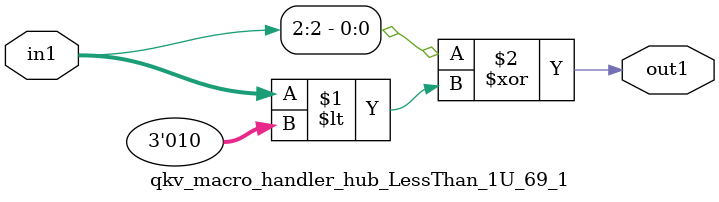
<source format=v>

`timescale 1ps / 1ps


module qkv_macro_handler_hub_LessThan_1U_69_1( in1, out1 );

    input [2:0] in1;
    output out1;

    
    // rtl_process:qkv_macro_handler_hub_LessThan_1U_69_1/qkv_macro_handler_hub_LessThan_1U_69_1_thread_1
    assign out1 = (in1[2] ^ in1 < 3'd2);

endmodule



</source>
